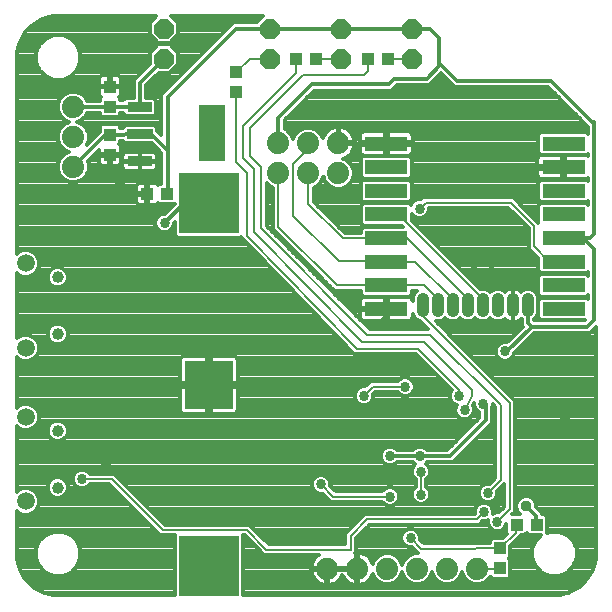
<source format=gbl>
G75*
%MOIN*%
%OFA0B0*%
%FSLAX25Y25*%
%IPPOS*%
%LPD*%
%AMOC8*
5,1,8,0,0,1.08239X$1,22.5*
%
%ADD10R,0.03937X0.04331*%
%ADD11C,0.07400*%
%ADD12C,0.05937*%
%ADD13C,0.03969*%
%ADD14OC8,0.06600*%
%ADD15R,0.04331X0.03937*%
%ADD16R,0.08661X0.18898*%
%ADD17R,0.08307X0.03189*%
%ADD18R,0.08661X0.03346*%
%ADD19R,0.14173X0.04724*%
%ADD20C,0.04000*%
%ADD21R,0.16000X0.16000*%
%ADD22R,0.20000X0.20000*%
%ADD23C,0.03762*%
%ADD24C,0.01400*%
%ADD25C,0.03369*%
%ADD26C,0.00800*%
D10*
X0042540Y0158329D03*
X0042540Y0165022D03*
X0042523Y0174360D03*
X0042523Y0181053D03*
X0104399Y0190288D03*
X0111092Y0190288D03*
X0128529Y0190295D03*
X0135222Y0190295D03*
X0178067Y0034978D03*
X0184759Y0034978D03*
X0172684Y0027142D03*
X0172684Y0020450D03*
D11*
X0165020Y0020314D03*
X0155020Y0020314D03*
X0145020Y0020314D03*
X0135020Y0020314D03*
X0125020Y0020314D03*
X0115020Y0020314D03*
X0118705Y0152141D03*
X0108705Y0152141D03*
X0108705Y0162141D03*
X0118705Y0162141D03*
X0098705Y0162141D03*
X0098705Y0152141D03*
X0030292Y0154263D03*
X0030292Y0164263D03*
X0030292Y0174263D03*
D12*
X0014495Y0122074D03*
X0014495Y0093924D03*
X0014495Y0070893D03*
X0014495Y0042743D03*
D13*
X0025125Y0047369D03*
X0025125Y0066267D03*
X0025125Y0098550D03*
X0025125Y0117448D03*
D14*
X0060501Y0190375D03*
X0060501Y0200375D03*
X0095934Y0200375D03*
X0095934Y0190375D03*
X0119556Y0190375D03*
X0119556Y0200375D03*
X0143178Y0200375D03*
X0143178Y0190375D03*
D15*
X0084580Y0185895D03*
X0084580Y0179202D03*
X0061647Y0145262D03*
X0054954Y0145262D03*
D16*
X0076478Y0165527D03*
D17*
X0052502Y0174188D03*
X0052502Y0156078D03*
D18*
X0052502Y0165133D03*
D19*
X0134695Y0162017D03*
X0134695Y0154143D03*
X0134695Y0146269D03*
X0134695Y0138395D03*
X0134695Y0130521D03*
X0134695Y0122647D03*
X0134695Y0114773D03*
X0134695Y0106899D03*
X0193751Y0106899D03*
X0193751Y0114773D03*
X0193751Y0122647D03*
X0193751Y0130521D03*
X0193751Y0138395D03*
X0193751Y0146269D03*
X0193751Y0154143D03*
X0193751Y0162017D03*
D20*
X0181823Y0110158D02*
X0181823Y0106158D01*
X0176823Y0106158D02*
X0176823Y0110158D01*
X0171823Y0110158D02*
X0171823Y0106158D01*
X0166823Y0106158D02*
X0166823Y0110158D01*
X0161823Y0110158D02*
X0161823Y0106158D01*
X0156823Y0106158D02*
X0156823Y0110158D01*
X0151823Y0110158D02*
X0151823Y0106158D01*
X0146823Y0106158D02*
X0146823Y0110158D01*
D21*
X0075465Y0081583D03*
D22*
X0075465Y0142083D03*
X0075465Y0021083D03*
D23*
X0163739Y0122179D03*
X0181278Y0041197D03*
D24*
X0064065Y0015168D02*
X0016033Y0015168D01*
X0016880Y0014321D02*
X0014321Y0016880D01*
X0014321Y0016880D01*
X0012511Y0020015D01*
X0011574Y0023512D01*
X0011455Y0025322D01*
X0011455Y0039605D01*
X0012021Y0039040D01*
X0013626Y0038375D01*
X0015364Y0038375D01*
X0016970Y0039040D01*
X0018199Y0040269D01*
X0018864Y0041874D01*
X0018864Y0043612D01*
X0018199Y0045218D01*
X0016970Y0046447D01*
X0015364Y0047112D01*
X0013626Y0047112D01*
X0012021Y0046447D01*
X0011455Y0045881D01*
X0011455Y0067755D01*
X0012021Y0067189D01*
X0013626Y0066524D01*
X0015364Y0066524D01*
X0016970Y0067189D01*
X0018199Y0068418D01*
X0018864Y0070024D01*
X0018864Y0071762D01*
X0018199Y0073367D01*
X0016970Y0074596D01*
X0015364Y0075261D01*
X0013626Y0075261D01*
X0012021Y0074596D01*
X0011455Y0074031D01*
X0011455Y0090787D01*
X0012021Y0090221D01*
X0013626Y0089556D01*
X0015364Y0089556D01*
X0016970Y0090221D01*
X0018199Y0091450D01*
X0018864Y0093055D01*
X0018864Y0094793D01*
X0018199Y0096399D01*
X0016970Y0097628D01*
X0015364Y0098293D01*
X0013626Y0098293D01*
X0012021Y0097628D01*
X0011455Y0097062D01*
X0011455Y0118936D01*
X0012021Y0118371D01*
X0013626Y0117706D01*
X0015364Y0117706D01*
X0016970Y0118371D01*
X0018199Y0119599D01*
X0018864Y0121205D01*
X0018864Y0122943D01*
X0018199Y0124549D01*
X0016970Y0125777D01*
X0015364Y0126443D01*
X0013626Y0126443D01*
X0012021Y0125777D01*
X0011455Y0125212D01*
X0011455Y0190676D01*
X0011574Y0192486D01*
X0012511Y0195983D01*
X0014321Y0199118D01*
X0016880Y0201678D01*
X0020015Y0203488D01*
X0023512Y0204425D01*
X0025322Y0204543D01*
X0058022Y0204543D01*
X0055801Y0202322D01*
X0055801Y0198429D01*
X0058554Y0195675D01*
X0062448Y0195675D01*
X0065201Y0198429D01*
X0065201Y0202322D01*
X0062980Y0204543D01*
X0093455Y0204543D01*
X0091340Y0202428D01*
X0083761Y0202428D01*
X0082531Y0201198D01*
X0059671Y0178338D01*
X0059671Y0164758D01*
X0058232Y0166197D01*
X0058232Y0167386D01*
X0057412Y0168206D01*
X0047591Y0168206D01*
X0046771Y0167386D01*
X0046771Y0167164D01*
X0045908Y0167156D01*
X0045908Y0167768D01*
X0045088Y0168588D01*
X0039991Y0168588D01*
X0039171Y0167768D01*
X0039171Y0166184D01*
X0039117Y0166137D01*
X0039110Y0166051D01*
X0034745Y0161685D01*
X0035392Y0163248D01*
X0035392Y0165277D01*
X0034616Y0167152D01*
X0033181Y0168587D01*
X0031548Y0169263D01*
X0033181Y0169939D01*
X0034616Y0171374D01*
X0034942Y0172163D01*
X0039155Y0172163D01*
X0039155Y0171615D01*
X0039975Y0170795D01*
X0045071Y0170795D01*
X0045891Y0171615D01*
X0045891Y0172227D01*
X0046948Y0172216D01*
X0046948Y0172014D01*
X0047768Y0171194D01*
X0057235Y0171194D01*
X0058055Y0172014D01*
X0058055Y0176363D01*
X0057235Y0177183D01*
X0054602Y0177183D01*
X0054602Y0181506D01*
X0058771Y0185675D01*
X0062448Y0185675D01*
X0065201Y0188429D01*
X0065201Y0192322D01*
X0062448Y0195075D01*
X0058554Y0195075D01*
X0055801Y0192322D01*
X0055801Y0188645D01*
X0050402Y0183246D01*
X0050402Y0177183D01*
X0047768Y0177183D01*
X0047002Y0176416D01*
X0045891Y0176427D01*
X0045891Y0177106D01*
X0045494Y0177504D01*
X0045535Y0177528D01*
X0045852Y0177844D01*
X0046076Y0178232D01*
X0046191Y0178664D01*
X0046191Y0180769D01*
X0042807Y0180769D01*
X0042807Y0181338D01*
X0042239Y0181338D01*
X0042239Y0184919D01*
X0040331Y0184919D01*
X0039898Y0184803D01*
X0039511Y0184579D01*
X0039194Y0184263D01*
X0038970Y0183875D01*
X0038855Y0183443D01*
X0038854Y0181338D01*
X0042239Y0181338D01*
X0042239Y0180769D01*
X0038855Y0180769D01*
X0038855Y0178664D01*
X0038970Y0178232D01*
X0039194Y0177844D01*
X0039511Y0177528D01*
X0039552Y0177504D01*
X0039155Y0177106D01*
X0039155Y0176363D01*
X0034942Y0176363D01*
X0034616Y0177152D01*
X0033181Y0178587D01*
X0031307Y0179363D01*
X0029278Y0179363D01*
X0027403Y0178587D01*
X0025968Y0177152D01*
X0025192Y0175277D01*
X0025192Y0173248D01*
X0025968Y0171374D01*
X0027403Y0169939D01*
X0029036Y0169263D01*
X0027403Y0168587D01*
X0025968Y0167152D01*
X0025192Y0165277D01*
X0025192Y0163248D01*
X0025968Y0161374D01*
X0027403Y0159939D01*
X0029036Y0159263D01*
X0027403Y0158587D01*
X0025968Y0157152D01*
X0025192Y0155277D01*
X0025192Y0153248D01*
X0025968Y0151374D01*
X0027403Y0149939D01*
X0029278Y0149163D01*
X0031307Y0149163D01*
X0033181Y0149939D01*
X0034616Y0151374D01*
X0035392Y0153248D01*
X0035392Y0155277D01*
X0035065Y0156066D01*
X0038871Y0159872D01*
X0038871Y0158614D01*
X0042255Y0158614D01*
X0042255Y0158045D01*
X0038871Y0158045D01*
X0038871Y0155940D01*
X0038987Y0155508D01*
X0039211Y0155120D01*
X0039527Y0154804D01*
X0039915Y0154580D01*
X0040347Y0154464D01*
X0042255Y0154464D01*
X0042255Y0158045D01*
X0042824Y0158045D01*
X0042824Y0158614D01*
X0046208Y0158614D01*
X0046208Y0160719D01*
X0046092Y0161151D01*
X0045868Y0161539D01*
X0045552Y0161855D01*
X0045510Y0161879D01*
X0045908Y0162277D01*
X0045908Y0162956D01*
X0046771Y0162964D01*
X0046771Y0162880D01*
X0047591Y0162060D01*
X0056429Y0162060D01*
X0059671Y0158818D01*
X0059671Y0148631D01*
X0058902Y0148631D01*
X0058504Y0148233D01*
X0058480Y0148274D01*
X0058163Y0148591D01*
X0057776Y0148815D01*
X0057343Y0148931D01*
X0055238Y0148931D01*
X0055238Y0145546D01*
X0054670Y0145546D01*
X0054670Y0144978D01*
X0055238Y0144978D01*
X0055238Y0141594D01*
X0057343Y0141594D01*
X0057776Y0141709D01*
X0058163Y0141933D01*
X0058480Y0142250D01*
X0058504Y0142291D01*
X0058902Y0141894D01*
X0064065Y0141894D01*
X0064065Y0141838D01*
X0060870Y0138643D01*
X0060142Y0138643D01*
X0059008Y0138173D01*
X0058140Y0137305D01*
X0057671Y0136172D01*
X0057671Y0134945D01*
X0058140Y0133811D01*
X0059008Y0132944D01*
X0060142Y0132474D01*
X0061369Y0132474D01*
X0062502Y0132944D01*
X0063370Y0133811D01*
X0063839Y0134945D01*
X0063839Y0135673D01*
X0064065Y0135898D01*
X0064065Y0131503D01*
X0064885Y0130683D01*
X0086045Y0130683D01*
X0086368Y0131006D01*
X0086362Y0130658D01*
X0086374Y0130645D01*
X0086374Y0130628D01*
X0086891Y0130111D01*
X0122974Y0092845D01*
X0122974Y0092828D01*
X0123491Y0092311D01*
X0123999Y0091786D01*
X0124016Y0091786D01*
X0124028Y0091774D01*
X0124760Y0091774D01*
X0125490Y0091762D01*
X0125503Y0091774D01*
X0144428Y0091774D01*
X0156420Y0079782D01*
X0156359Y0079721D01*
X0155890Y0078588D01*
X0155890Y0077361D01*
X0156359Y0076227D01*
X0157227Y0075359D01*
X0158196Y0074958D01*
X0158159Y0074921D01*
X0157690Y0073788D01*
X0157690Y0072561D01*
X0158159Y0071427D01*
X0159027Y0070559D01*
X0160161Y0070090D01*
X0161388Y0070090D01*
X0162521Y0070559D01*
X0163389Y0071427D01*
X0163858Y0072561D01*
X0163858Y0073788D01*
X0163531Y0074578D01*
X0163970Y0075424D01*
X0163970Y0074747D01*
X0164439Y0073613D01*
X0165307Y0072745D01*
X0165716Y0072576D01*
X0165716Y0070642D01*
X0155008Y0059934D01*
X0148234Y0059934D01*
X0147719Y0060449D01*
X0146586Y0060918D01*
X0145359Y0060918D01*
X0144225Y0060449D01*
X0143710Y0059934D01*
X0138074Y0059934D01*
X0137559Y0060449D01*
X0136426Y0060918D01*
X0135199Y0060918D01*
X0134065Y0060449D01*
X0133197Y0059581D01*
X0132728Y0058448D01*
X0132728Y0057221D01*
X0133197Y0056087D01*
X0134065Y0055219D01*
X0135199Y0054750D01*
X0136426Y0054750D01*
X0137559Y0055219D01*
X0138074Y0055734D01*
X0143710Y0055734D01*
X0144225Y0055219D01*
X0144389Y0055151D01*
X0143611Y0054374D01*
X0143142Y0053241D01*
X0143142Y0052014D01*
X0143611Y0050880D01*
X0144426Y0050065D01*
X0144426Y0047569D01*
X0143611Y0046754D01*
X0143142Y0045621D01*
X0143142Y0044394D01*
X0143611Y0043260D01*
X0144479Y0042392D01*
X0145613Y0041923D01*
X0146840Y0041923D01*
X0147973Y0042392D01*
X0148841Y0043260D01*
X0149310Y0044394D01*
X0149310Y0045621D01*
X0148841Y0046754D01*
X0148026Y0047569D01*
X0148026Y0050065D01*
X0148841Y0050880D01*
X0149310Y0052014D01*
X0149310Y0053241D01*
X0148841Y0054374D01*
X0147973Y0055242D01*
X0147809Y0055310D01*
X0148234Y0055734D01*
X0156748Y0055734D01*
X0168686Y0067672D01*
X0169916Y0068902D01*
X0169916Y0074210D01*
X0170138Y0074747D01*
X0170138Y0075064D01*
X0170974Y0074228D01*
X0170974Y0050520D01*
X0169113Y0048658D01*
X0167961Y0048658D01*
X0166827Y0048189D01*
X0165959Y0047321D01*
X0165490Y0046188D01*
X0165490Y0044961D01*
X0165959Y0043827D01*
X0166827Y0042959D01*
X0167961Y0042490D01*
X0169188Y0042490D01*
X0170321Y0042959D01*
X0171189Y0043827D01*
X0171658Y0044961D01*
X0171658Y0046113D01*
X0173974Y0048428D01*
X0173974Y0040901D01*
X0172196Y0039058D01*
X0171109Y0039058D01*
X0170265Y0038709D01*
X0170265Y0039779D01*
X0169796Y0040912D01*
X0168928Y0041780D01*
X0167795Y0042249D01*
X0166568Y0042249D01*
X0165434Y0041780D01*
X0164566Y0040912D01*
X0164097Y0039779D01*
X0164097Y0038626D01*
X0164022Y0038552D01*
X0127573Y0038552D01*
X0126519Y0037498D01*
X0120931Y0031910D01*
X0120931Y0028519D01*
X0095410Y0028519D01*
X0088933Y0034996D01*
X0060866Y0034996D01*
X0043848Y0052014D01*
X0035758Y0052014D01*
X0034943Y0052829D01*
X0033810Y0053298D01*
X0032583Y0053298D01*
X0031449Y0052829D01*
X0030581Y0051961D01*
X0030112Y0050828D01*
X0030112Y0049601D01*
X0030581Y0048467D01*
X0031449Y0047599D01*
X0032583Y0047130D01*
X0033810Y0047130D01*
X0034943Y0047599D01*
X0035758Y0048414D01*
X0042356Y0048414D01*
X0058320Y0032450D01*
X0059374Y0031396D01*
X0064065Y0031396D01*
X0064065Y0011455D01*
X0025322Y0011455D01*
X0023512Y0011574D01*
X0020015Y0012511D01*
X0016880Y0014321D01*
X0017835Y0013770D02*
X0064065Y0013770D01*
X0064065Y0012371D02*
X0020537Y0012371D01*
X0023765Y0017965D02*
X0013694Y0017965D01*
X0012887Y0019364D02*
X0020825Y0019364D01*
X0021134Y0019055D02*
X0023852Y0017929D01*
X0026793Y0017929D01*
X0029510Y0019055D01*
X0031589Y0021134D01*
X0032715Y0023852D01*
X0032715Y0026793D01*
X0031589Y0029510D01*
X0029510Y0031589D01*
X0026793Y0032715D01*
X0023852Y0032715D01*
X0021134Y0031589D01*
X0019055Y0029510D01*
X0017929Y0026793D01*
X0017929Y0023852D01*
X0019055Y0021134D01*
X0021134Y0019055D01*
X0019427Y0020762D02*
X0012311Y0020762D01*
X0011936Y0022161D02*
X0018630Y0022161D01*
X0018050Y0023559D02*
X0011571Y0023559D01*
X0011479Y0024958D02*
X0017929Y0024958D01*
X0017929Y0026356D02*
X0011455Y0026356D01*
X0011455Y0027755D02*
X0018328Y0027755D01*
X0018907Y0029153D02*
X0011455Y0029153D01*
X0011455Y0030552D02*
X0020097Y0030552D01*
X0022005Y0031950D02*
X0011455Y0031950D01*
X0011455Y0033349D02*
X0057422Y0033349D01*
X0056023Y0034747D02*
X0011455Y0034747D01*
X0011455Y0036146D02*
X0054625Y0036146D01*
X0053226Y0037544D02*
X0011455Y0037544D01*
X0011455Y0038943D02*
X0012255Y0038943D01*
X0016735Y0038943D02*
X0051828Y0038943D01*
X0050429Y0040341D02*
X0018229Y0040341D01*
X0018808Y0041740D02*
X0049031Y0041740D01*
X0047632Y0043138D02*
X0018864Y0043138D01*
X0018481Y0044537D02*
X0023172Y0044537D01*
X0023208Y0044500D02*
X0024452Y0043985D01*
X0025798Y0043985D01*
X0027042Y0044500D01*
X0027994Y0045452D01*
X0028509Y0046696D01*
X0028509Y0048042D01*
X0027994Y0049286D01*
X0027042Y0050238D01*
X0025798Y0050754D01*
X0024452Y0050754D01*
X0023208Y0050238D01*
X0022256Y0049286D01*
X0021741Y0048042D01*
X0021741Y0046696D01*
X0022256Y0045452D01*
X0023208Y0044500D01*
X0022056Y0045935D02*
X0017481Y0045935D01*
X0021741Y0047334D02*
X0011455Y0047334D01*
X0011455Y0048732D02*
X0022027Y0048732D01*
X0023101Y0050131D02*
X0011455Y0050131D01*
X0011455Y0051529D02*
X0030402Y0051529D01*
X0030112Y0050131D02*
X0027150Y0050131D01*
X0028224Y0048732D02*
X0030471Y0048732D01*
X0032090Y0047334D02*
X0028509Y0047334D01*
X0028194Y0045935D02*
X0044835Y0045935D01*
X0046234Y0044537D02*
X0027079Y0044537D01*
X0034302Y0047334D02*
X0043437Y0047334D01*
X0047129Y0048732D02*
X0109868Y0048732D01*
X0109868Y0049050D02*
X0109868Y0047823D01*
X0110337Y0046689D01*
X0111205Y0045821D01*
X0112339Y0045352D01*
X0113491Y0045352D01*
X0116270Y0042572D01*
X0133377Y0042572D01*
X0134192Y0041757D01*
X0135326Y0041288D01*
X0136553Y0041288D01*
X0137686Y0041757D01*
X0138554Y0042625D01*
X0139023Y0043759D01*
X0139023Y0044986D01*
X0138554Y0046119D01*
X0137686Y0046987D01*
X0136553Y0047456D01*
X0135326Y0047456D01*
X0134192Y0046987D01*
X0133377Y0046172D01*
X0117762Y0046172D01*
X0116036Y0047897D01*
X0116036Y0049050D01*
X0115567Y0050183D01*
X0114699Y0051051D01*
X0113566Y0051520D01*
X0112339Y0051520D01*
X0111205Y0051051D01*
X0110337Y0050183D01*
X0109868Y0049050D01*
X0110316Y0050131D02*
X0045731Y0050131D01*
X0044332Y0051529D02*
X0143342Y0051529D01*
X0143142Y0052928D02*
X0034704Y0052928D01*
X0031688Y0052928D02*
X0011455Y0052928D01*
X0011455Y0054326D02*
X0143592Y0054326D01*
X0143719Y0055725D02*
X0138065Y0055725D01*
X0135812Y0057834D02*
X0145972Y0057834D01*
X0155878Y0057834D01*
X0167816Y0069772D01*
X0167816Y0074598D01*
X0167054Y0075360D01*
X0164318Y0073906D02*
X0163809Y0073906D01*
X0163836Y0072507D02*
X0165716Y0072507D01*
X0165716Y0071109D02*
X0163070Y0071109D01*
X0164784Y0069710D02*
X0018734Y0069710D01*
X0018864Y0071109D02*
X0158478Y0071109D01*
X0157712Y0072507D02*
X0084793Y0072507D01*
X0084825Y0072539D02*
X0085049Y0072927D01*
X0085165Y0073359D01*
X0085165Y0080883D01*
X0076165Y0080883D01*
X0076165Y0071883D01*
X0083689Y0071883D01*
X0084121Y0071999D01*
X0084509Y0072223D01*
X0084825Y0072539D01*
X0085165Y0073906D02*
X0157739Y0073906D01*
X0157360Y0075304D02*
X0128788Y0075304D01*
X0128921Y0075359D02*
X0129789Y0076227D01*
X0130258Y0077361D01*
X0130258Y0078513D01*
X0130920Y0079174D01*
X0138412Y0079174D01*
X0139227Y0078359D01*
X0140361Y0077890D01*
X0141588Y0077890D01*
X0142721Y0078359D01*
X0143589Y0079227D01*
X0144058Y0080361D01*
X0144058Y0081588D01*
X0143589Y0082721D01*
X0142721Y0083589D01*
X0141588Y0084058D01*
X0140361Y0084058D01*
X0139227Y0083589D01*
X0138412Y0082774D01*
X0129428Y0082774D01*
X0127713Y0081058D01*
X0126561Y0081058D01*
X0125427Y0080589D01*
X0124559Y0079721D01*
X0124090Y0078588D01*
X0124090Y0077361D01*
X0124559Y0076227D01*
X0125427Y0075359D01*
X0126561Y0074890D01*
X0127788Y0074890D01*
X0128921Y0075359D01*
X0129986Y0076703D02*
X0156162Y0076703D01*
X0155890Y0078101D02*
X0142098Y0078101D01*
X0143702Y0079500D02*
X0156268Y0079500D01*
X0155304Y0080898D02*
X0144058Y0080898D01*
X0143765Y0082297D02*
X0153906Y0082297D01*
X0152507Y0083695D02*
X0142464Y0083695D01*
X0139484Y0083695D02*
X0085165Y0083695D01*
X0085165Y0082297D02*
X0128951Y0082297D01*
X0126174Y0080898D02*
X0076165Y0080898D01*
X0076165Y0080883D02*
X0076165Y0082283D01*
X0074765Y0082283D01*
X0074765Y0080883D01*
X0076165Y0080883D01*
X0076165Y0079500D02*
X0074765Y0079500D01*
X0074765Y0080883D02*
X0074765Y0071883D01*
X0067241Y0071883D01*
X0066809Y0071999D01*
X0066421Y0072223D01*
X0066105Y0072539D01*
X0065881Y0072927D01*
X0065765Y0073359D01*
X0065765Y0080883D01*
X0074765Y0080883D01*
X0074765Y0080898D02*
X0011455Y0080898D01*
X0011455Y0079500D02*
X0065765Y0079500D01*
X0065765Y0078101D02*
X0011455Y0078101D01*
X0011455Y0076703D02*
X0065765Y0076703D01*
X0065765Y0075304D02*
X0011455Y0075304D01*
X0017661Y0073906D02*
X0065765Y0073906D01*
X0066137Y0072507D02*
X0018555Y0072507D01*
X0018092Y0068311D02*
X0022384Y0068311D01*
X0022256Y0068184D02*
X0021741Y0066940D01*
X0021741Y0065594D01*
X0022256Y0064350D01*
X0023208Y0063398D01*
X0024452Y0062883D01*
X0025798Y0062883D01*
X0027042Y0063398D01*
X0027994Y0064350D01*
X0028509Y0065594D01*
X0028509Y0066940D01*
X0027994Y0068184D01*
X0027042Y0069136D01*
X0025798Y0069651D01*
X0024452Y0069651D01*
X0023208Y0069136D01*
X0022256Y0068184D01*
X0021741Y0066913D02*
X0016302Y0066913D01*
X0012688Y0066913D02*
X0011455Y0066913D01*
X0011455Y0065514D02*
X0021774Y0065514D01*
X0022490Y0064116D02*
X0011455Y0064116D01*
X0011455Y0062717D02*
X0157792Y0062717D01*
X0156393Y0061319D02*
X0011455Y0061319D01*
X0011455Y0059920D02*
X0133537Y0059920D01*
X0132759Y0058522D02*
X0011455Y0058522D01*
X0011455Y0057123D02*
X0132768Y0057123D01*
X0133559Y0055725D02*
X0011455Y0055725D01*
X0011455Y0045935D02*
X0011509Y0045935D01*
X0028639Y0031950D02*
X0058820Y0031950D01*
X0059716Y0036146D02*
X0125167Y0036146D01*
X0126566Y0037544D02*
X0058317Y0037544D01*
X0056919Y0038943D02*
X0164097Y0038943D01*
X0164330Y0040341D02*
X0055520Y0040341D01*
X0054122Y0041740D02*
X0134234Y0041740D01*
X0137644Y0041740D02*
X0165394Y0041740D01*
X0166648Y0043138D02*
X0148719Y0043138D01*
X0149310Y0044537D02*
X0165665Y0044537D01*
X0165490Y0045935D02*
X0149180Y0045935D01*
X0148261Y0047334D02*
X0165972Y0047334D01*
X0169187Y0048732D02*
X0148026Y0048732D01*
X0148092Y0050131D02*
X0170585Y0050131D01*
X0170974Y0051529D02*
X0149110Y0051529D01*
X0149310Y0052928D02*
X0170974Y0052928D01*
X0170974Y0054326D02*
X0148860Y0054326D01*
X0148225Y0055725D02*
X0170974Y0055725D01*
X0170974Y0057123D02*
X0158137Y0057123D01*
X0159536Y0058522D02*
X0170974Y0058522D01*
X0170974Y0059920D02*
X0160934Y0059920D01*
X0162333Y0061319D02*
X0170974Y0061319D01*
X0170974Y0062717D02*
X0163731Y0062717D01*
X0165130Y0064116D02*
X0170974Y0064116D01*
X0170974Y0065514D02*
X0166528Y0065514D01*
X0167927Y0066913D02*
X0170974Y0066913D01*
X0170974Y0068311D02*
X0169325Y0068311D01*
X0169916Y0069710D02*
X0170974Y0069710D01*
X0170974Y0071109D02*
X0169916Y0071109D01*
X0169916Y0072507D02*
X0170974Y0072507D01*
X0170974Y0073906D02*
X0169916Y0073906D01*
X0163970Y0075304D02*
X0163908Y0075304D01*
X0163386Y0068311D02*
X0027867Y0068311D01*
X0028509Y0066913D02*
X0161987Y0066913D01*
X0160589Y0065514D02*
X0028477Y0065514D01*
X0027760Y0064116D02*
X0159190Y0064116D01*
X0144360Y0050131D02*
X0115588Y0050131D01*
X0116036Y0048732D02*
X0144426Y0048732D01*
X0144191Y0047334D02*
X0136848Y0047334D01*
X0135030Y0047334D02*
X0116600Y0047334D01*
X0114306Y0044537D02*
X0051325Y0044537D01*
X0049926Y0045935D02*
X0111091Y0045935D01*
X0110070Y0047334D02*
X0048528Y0047334D01*
X0052723Y0043138D02*
X0115704Y0043138D01*
X0123769Y0034747D02*
X0089181Y0034747D01*
X0090580Y0033349D02*
X0122370Y0033349D01*
X0120972Y0031950D02*
X0091978Y0031950D01*
X0093377Y0030552D02*
X0120931Y0030552D01*
X0120931Y0029153D02*
X0094775Y0029153D01*
X0092481Y0026356D02*
X0086865Y0026356D01*
X0086865Y0024958D02*
X0093880Y0024958D01*
X0093918Y0024919D02*
X0112171Y0024919D01*
X0111502Y0024433D01*
X0110901Y0023832D01*
X0110402Y0023144D01*
X0110016Y0022387D01*
X0109753Y0021579D01*
X0109620Y0020739D01*
X0109620Y0020614D01*
X0114720Y0020614D01*
X0114720Y0020014D01*
X0115320Y0020014D01*
X0115320Y0020614D01*
X0120420Y0020614D01*
X0124720Y0020614D01*
X0124720Y0020014D01*
X0125320Y0020014D01*
X0125320Y0014914D01*
X0125445Y0014914D01*
X0126285Y0015047D01*
X0127093Y0015310D01*
X0127850Y0015696D01*
X0128538Y0016195D01*
X0129139Y0016796D01*
X0129638Y0017484D01*
X0130024Y0018241D01*
X0130171Y0018693D01*
X0130696Y0017425D01*
X0132131Y0015990D01*
X0134006Y0015214D01*
X0136034Y0015214D01*
X0137909Y0015990D01*
X0139344Y0017425D01*
X0140020Y0019058D01*
X0140696Y0017425D01*
X0142131Y0015990D01*
X0144006Y0015214D01*
X0146034Y0015214D01*
X0147909Y0015990D01*
X0149344Y0017425D01*
X0150020Y0019058D01*
X0150696Y0017425D01*
X0152131Y0015990D01*
X0154006Y0015214D01*
X0156034Y0015214D01*
X0157909Y0015990D01*
X0159344Y0017425D01*
X0160020Y0019058D01*
X0160696Y0017425D01*
X0162131Y0015990D01*
X0164006Y0015214D01*
X0166034Y0015214D01*
X0167909Y0015990D01*
X0169344Y0017425D01*
X0169417Y0017603D01*
X0170136Y0016884D01*
X0175232Y0016884D01*
X0176053Y0017704D01*
X0176053Y0023195D01*
X0175451Y0023796D01*
X0176053Y0024397D01*
X0176053Y0028005D01*
X0179030Y0031040D01*
X0179483Y0031413D01*
X0180615Y0031413D01*
X0181413Y0032211D01*
X0182211Y0031413D01*
X0186312Y0031413D01*
X0184409Y0029510D01*
X0183283Y0026793D01*
X0183283Y0023852D01*
X0184409Y0021134D01*
X0186489Y0019055D01*
X0189206Y0017929D01*
X0192147Y0017929D01*
X0194864Y0019055D01*
X0196944Y0021134D01*
X0198069Y0023852D01*
X0198069Y0026793D01*
X0196944Y0029510D01*
X0194864Y0031589D01*
X0192147Y0032715D01*
X0189206Y0032715D01*
X0188128Y0032268D01*
X0188128Y0037723D01*
X0187308Y0038543D01*
X0186605Y0038543D01*
X0186605Y0038839D01*
X0186533Y0038912D01*
X0186524Y0039014D01*
X0185927Y0039517D01*
X0184559Y0040886D01*
X0184559Y0041850D01*
X0184060Y0043056D01*
X0183137Y0043979D01*
X0181931Y0044478D01*
X0180625Y0044478D01*
X0179419Y0043979D01*
X0178496Y0043056D01*
X0177997Y0041850D01*
X0177997Y0040544D01*
X0178496Y0039338D01*
X0179291Y0038543D01*
X0176702Y0038543D01*
X0177058Y0038913D01*
X0177574Y0039428D01*
X0177574Y0039447D01*
X0177587Y0039461D01*
X0177574Y0040190D01*
X0177574Y0076320D01*
X0176520Y0077374D01*
X0151128Y0102766D01*
X0151147Y0102758D01*
X0152499Y0102758D01*
X0153749Y0103276D01*
X0154323Y0103850D01*
X0154897Y0103276D01*
X0156147Y0102758D01*
X0157499Y0102758D01*
X0158749Y0103276D01*
X0159323Y0103850D01*
X0159897Y0103276D01*
X0161147Y0102758D01*
X0162499Y0102758D01*
X0163749Y0103276D01*
X0164323Y0103850D01*
X0164897Y0103276D01*
X0166147Y0102758D01*
X0167499Y0102758D01*
X0168749Y0103276D01*
X0169323Y0103850D01*
X0169897Y0103276D01*
X0171147Y0102758D01*
X0172499Y0102758D01*
X0173749Y0103276D01*
X0174111Y0103638D01*
X0174464Y0103284D01*
X0175070Y0102879D01*
X0175744Y0102600D01*
X0176459Y0102458D01*
X0176823Y0102458D01*
X0176823Y0110158D01*
X0176820Y0110161D01*
X0176820Y0113670D01*
X0168311Y0122179D01*
X0163739Y0122179D01*
X0160869Y0118658D02*
X0201898Y0118658D01*
X0201417Y0118535D02*
X0201898Y0118054D01*
X0201898Y0119366D01*
X0201417Y0118885D01*
X0186084Y0118885D01*
X0185264Y0119705D01*
X0185264Y0123889D01*
X0183186Y0125967D01*
X0182132Y0127021D01*
X0182132Y0133752D01*
X0175312Y0140572D01*
X0148858Y0140572D01*
X0148858Y0139761D01*
X0148389Y0138627D01*
X0147521Y0137759D01*
X0146388Y0137290D01*
X0145161Y0137290D01*
X0144027Y0137759D01*
X0143182Y0138604D01*
X0143182Y0136345D01*
X0166021Y0113506D01*
X0166147Y0113558D01*
X0167499Y0113558D01*
X0168749Y0113040D01*
X0169323Y0112466D01*
X0169897Y0113040D01*
X0171147Y0113558D01*
X0172499Y0113558D01*
X0173749Y0113040D01*
X0174111Y0112678D01*
X0174464Y0113032D01*
X0175070Y0113437D01*
X0175744Y0113716D01*
X0176459Y0113858D01*
X0176823Y0113858D01*
X0176823Y0110158D01*
X0176823Y0110158D01*
X0176823Y0102458D01*
X0177187Y0102458D01*
X0177902Y0102600D01*
X0178576Y0102879D01*
X0179182Y0103284D01*
X0179535Y0103638D01*
X0179768Y0103405D01*
X0179768Y0101315D01*
X0180098Y0100985D01*
X0174942Y0095829D01*
X0174907Y0095843D01*
X0173680Y0095843D01*
X0172546Y0095374D01*
X0171678Y0094506D01*
X0171209Y0093373D01*
X0171209Y0092146D01*
X0171678Y0091012D01*
X0172546Y0090144D01*
X0173680Y0089675D01*
X0174907Y0089675D01*
X0176040Y0090144D01*
X0176908Y0091012D01*
X0177377Y0092146D01*
X0177377Y0092324D01*
X0183938Y0098885D01*
X0202538Y0098885D01*
X0203768Y0100115D01*
X0204543Y0100890D01*
X0204543Y0025322D01*
X0204425Y0023512D01*
X0203488Y0020015D01*
X0201678Y0016880D01*
X0199118Y0014321D01*
X0195983Y0012511D01*
X0192486Y0011574D01*
X0190676Y0011455D01*
X0086865Y0011455D01*
X0086865Y0031396D01*
X0087441Y0031396D01*
X0093918Y0024919D01*
X0091083Y0027755D02*
X0086865Y0027755D01*
X0086865Y0029153D02*
X0089684Y0029153D01*
X0088286Y0030552D02*
X0086865Y0030552D01*
X0086865Y0023559D02*
X0110703Y0023559D01*
X0109942Y0022161D02*
X0086865Y0022161D01*
X0086865Y0020762D02*
X0109624Y0020762D01*
X0109620Y0020014D02*
X0109620Y0019889D01*
X0109753Y0019049D01*
X0110016Y0018241D01*
X0110402Y0017484D01*
X0110901Y0016796D01*
X0111502Y0016195D01*
X0112190Y0015696D01*
X0112947Y0015310D01*
X0113755Y0015047D01*
X0114595Y0014914D01*
X0114720Y0014914D01*
X0114720Y0020014D01*
X0109620Y0020014D01*
X0109703Y0019364D02*
X0086865Y0019364D01*
X0086865Y0017965D02*
X0110156Y0017965D01*
X0111131Y0016567D02*
X0086865Y0016567D01*
X0086865Y0015168D02*
X0113383Y0015168D01*
X0114720Y0015168D02*
X0115320Y0015168D01*
X0115320Y0014914D02*
X0115445Y0014914D01*
X0116285Y0015047D01*
X0117093Y0015310D01*
X0117850Y0015696D01*
X0118538Y0016195D01*
X0119139Y0016796D01*
X0119638Y0017484D01*
X0120020Y0018233D01*
X0120402Y0017484D01*
X0120901Y0016796D01*
X0121502Y0016195D01*
X0122190Y0015696D01*
X0122947Y0015310D01*
X0123755Y0015047D01*
X0124595Y0014914D01*
X0124720Y0014914D01*
X0124720Y0020014D01*
X0115320Y0020014D01*
X0115320Y0014914D01*
X0116657Y0015168D02*
X0123383Y0015168D01*
X0124720Y0015168D02*
X0125320Y0015168D01*
X0126657Y0015168D02*
X0199965Y0015168D01*
X0201364Y0016567D02*
X0168485Y0016567D01*
X0176053Y0017965D02*
X0189119Y0017965D01*
X0192234Y0017965D02*
X0202304Y0017965D01*
X0203111Y0019364D02*
X0195173Y0019364D01*
X0196572Y0020762D02*
X0203688Y0020762D01*
X0204063Y0022161D02*
X0197369Y0022161D01*
X0197948Y0023559D02*
X0204428Y0023559D01*
X0204519Y0024958D02*
X0198069Y0024958D01*
X0198069Y0026356D02*
X0204543Y0026356D01*
X0204543Y0027755D02*
X0197671Y0027755D01*
X0197091Y0029153D02*
X0204543Y0029153D01*
X0204543Y0030552D02*
X0195902Y0030552D01*
X0193993Y0031950D02*
X0204543Y0031950D01*
X0204543Y0033349D02*
X0188128Y0033349D01*
X0188128Y0034747D02*
X0204543Y0034747D01*
X0204543Y0036146D02*
X0188128Y0036146D01*
X0188128Y0037544D02*
X0204543Y0037544D01*
X0204543Y0038943D02*
X0186530Y0038943D01*
X0185104Y0040341D02*
X0204543Y0040341D01*
X0204543Y0041740D02*
X0184559Y0041740D01*
X0183977Y0043138D02*
X0204543Y0043138D01*
X0204543Y0044537D02*
X0177574Y0044537D01*
X0177574Y0045935D02*
X0204543Y0045935D01*
X0204543Y0047334D02*
X0177574Y0047334D01*
X0177574Y0048732D02*
X0204543Y0048732D01*
X0204543Y0050131D02*
X0177574Y0050131D01*
X0177574Y0051529D02*
X0204543Y0051529D01*
X0204543Y0052928D02*
X0177574Y0052928D01*
X0177574Y0054326D02*
X0204543Y0054326D01*
X0204543Y0055725D02*
X0177574Y0055725D01*
X0177574Y0057123D02*
X0204543Y0057123D01*
X0204543Y0058522D02*
X0177574Y0058522D01*
X0177574Y0059920D02*
X0204543Y0059920D01*
X0204543Y0061319D02*
X0177574Y0061319D01*
X0177574Y0062717D02*
X0204543Y0062717D01*
X0204543Y0064116D02*
X0177574Y0064116D01*
X0177574Y0065514D02*
X0204543Y0065514D01*
X0204543Y0066913D02*
X0177574Y0066913D01*
X0177574Y0068311D02*
X0204543Y0068311D01*
X0204543Y0069710D02*
X0177574Y0069710D01*
X0177574Y0071109D02*
X0204543Y0071109D01*
X0204543Y0072507D02*
X0177574Y0072507D01*
X0177574Y0073906D02*
X0204543Y0073906D01*
X0204543Y0075304D02*
X0177574Y0075304D01*
X0177191Y0076703D02*
X0204543Y0076703D01*
X0204543Y0078101D02*
X0175793Y0078101D01*
X0174394Y0079500D02*
X0204543Y0079500D01*
X0204543Y0080898D02*
X0172996Y0080898D01*
X0171597Y0082297D02*
X0204543Y0082297D01*
X0204543Y0083695D02*
X0170198Y0083695D01*
X0168800Y0085094D02*
X0204543Y0085094D01*
X0204543Y0086492D02*
X0167401Y0086492D01*
X0166003Y0087891D02*
X0204543Y0087891D01*
X0204543Y0089289D02*
X0164604Y0089289D01*
X0163206Y0090688D02*
X0172003Y0090688D01*
X0171233Y0092086D02*
X0161807Y0092086D01*
X0160409Y0093485D02*
X0171255Y0093485D01*
X0172055Y0094883D02*
X0159010Y0094883D01*
X0157612Y0096282D02*
X0175395Y0096282D01*
X0176793Y0097680D02*
X0156213Y0097680D01*
X0154815Y0099079D02*
X0178192Y0099079D01*
X0179590Y0100477D02*
X0153416Y0100477D01*
X0152018Y0101876D02*
X0179768Y0101876D01*
X0179768Y0103274D02*
X0179167Y0103274D01*
X0176823Y0103274D02*
X0176823Y0103274D01*
X0176823Y0104673D02*
X0176823Y0104673D01*
X0176823Y0106071D02*
X0176823Y0106071D01*
X0176823Y0107470D02*
X0176823Y0107470D01*
X0176823Y0108868D02*
X0176823Y0108868D01*
X0176823Y0110158D02*
X0176823Y0110158D01*
X0176823Y0113858D01*
X0177187Y0113858D01*
X0177902Y0113716D01*
X0178576Y0113437D01*
X0179182Y0113032D01*
X0179535Y0112678D01*
X0179897Y0113040D01*
X0181147Y0113558D01*
X0182499Y0113558D01*
X0183749Y0113040D01*
X0184705Y0112084D01*
X0185223Y0110834D01*
X0185223Y0105482D01*
X0184705Y0104232D01*
X0183968Y0103495D01*
X0183968Y0103085D01*
X0200798Y0103085D01*
X0200850Y0103137D01*
X0186084Y0103137D01*
X0185264Y0103957D01*
X0185264Y0109841D01*
X0186084Y0110661D01*
X0201417Y0110661D01*
X0201898Y0110180D01*
X0201898Y0111492D01*
X0201417Y0111011D01*
X0186084Y0111011D01*
X0185264Y0111831D01*
X0185264Y0117715D01*
X0186084Y0118535D01*
X0201417Y0118535D01*
X0201811Y0110267D02*
X0201898Y0110267D01*
X0203998Y0103315D02*
X0201668Y0100985D01*
X0183068Y0100985D01*
X0174842Y0092759D01*
X0174293Y0092759D01*
X0176583Y0090688D02*
X0204543Y0090688D01*
X0204543Y0092086D02*
X0177353Y0092086D01*
X0178538Y0093485D02*
X0204543Y0093485D01*
X0204543Y0094883D02*
X0179936Y0094883D01*
X0181335Y0096282D02*
X0204543Y0096282D01*
X0204543Y0097680D02*
X0182733Y0097680D01*
X0183068Y0100985D02*
X0181868Y0102185D01*
X0181868Y0110113D01*
X0181823Y0110158D01*
X0185223Y0110267D02*
X0185690Y0110267D01*
X0185429Y0111665D02*
X0184879Y0111665D01*
X0185264Y0113064D02*
X0183692Y0113064D01*
X0185264Y0114462D02*
X0165064Y0114462D01*
X0163666Y0115861D02*
X0185264Y0115861D01*
X0185264Y0117259D02*
X0162267Y0117259D01*
X0159470Y0120056D02*
X0185264Y0120056D01*
X0185264Y0121455D02*
X0158072Y0121455D01*
X0156673Y0122853D02*
X0185264Y0122853D01*
X0184902Y0124252D02*
X0155275Y0124252D01*
X0153876Y0125650D02*
X0183503Y0125650D01*
X0182132Y0127049D02*
X0152478Y0127049D01*
X0151079Y0128447D02*
X0182132Y0128447D01*
X0182132Y0129846D02*
X0149681Y0129846D01*
X0148282Y0131245D02*
X0182132Y0131245D01*
X0182132Y0132643D02*
X0146884Y0132643D01*
X0145485Y0134042D02*
X0181843Y0134042D01*
X0180444Y0135440D02*
X0144087Y0135440D01*
X0143182Y0136839D02*
X0179046Y0136839D01*
X0177647Y0138237D02*
X0147999Y0138237D01*
X0148806Y0139636D02*
X0176249Y0139636D01*
X0178543Y0142433D02*
X0201874Y0142433D01*
X0201417Y0142507D02*
X0201874Y0142964D01*
X0201874Y0141700D01*
X0201417Y0142157D01*
X0186084Y0142157D01*
X0185264Y0141337D01*
X0185264Y0135712D01*
X0184678Y0136298D01*
X0184678Y0136298D01*
X0177858Y0143118D01*
X0176804Y0144172D01*
X0147026Y0144172D01*
X0146313Y0143458D01*
X0145161Y0143458D01*
X0144027Y0142989D01*
X0143159Y0142121D01*
X0142936Y0141583D01*
X0142362Y0142157D01*
X0127029Y0142157D01*
X0126209Y0141337D01*
X0126209Y0135453D01*
X0127029Y0134633D01*
X0139803Y0134633D01*
X0140152Y0134283D01*
X0127029Y0134283D01*
X0126209Y0133463D01*
X0126209Y0132278D01*
X0120810Y0132278D01*
X0110505Y0142583D01*
X0110505Y0147366D01*
X0111594Y0147817D01*
X0113029Y0149252D01*
X0113705Y0150885D01*
X0114381Y0149252D01*
X0115816Y0147817D01*
X0117691Y0147041D01*
X0119719Y0147041D01*
X0121594Y0147817D01*
X0123029Y0149252D01*
X0123805Y0151127D01*
X0123805Y0153155D01*
X0123029Y0155030D01*
X0121594Y0156465D01*
X0120326Y0156990D01*
X0120778Y0157137D01*
X0121535Y0157523D01*
X0122223Y0158022D01*
X0122824Y0158623D01*
X0123323Y0159311D01*
X0123709Y0160068D01*
X0123972Y0160877D01*
X0124105Y0161716D01*
X0124105Y0161841D01*
X0119005Y0161841D01*
X0119005Y0162441D01*
X0118405Y0162441D01*
X0118405Y0167541D01*
X0118280Y0167541D01*
X0117441Y0167408D01*
X0116632Y0167145D01*
X0115875Y0166759D01*
X0115187Y0166260D01*
X0114586Y0165659D01*
X0114087Y0164971D01*
X0113701Y0164214D01*
X0113554Y0163762D01*
X0113029Y0165030D01*
X0111594Y0166465D01*
X0109719Y0167241D01*
X0107691Y0167241D01*
X0105816Y0166465D01*
X0104381Y0165030D01*
X0103705Y0163397D01*
X0103029Y0165030D01*
X0101594Y0166465D01*
X0100805Y0166791D01*
X0100805Y0169835D01*
X0110644Y0179674D01*
X0136444Y0179674D01*
X0138244Y0181474D01*
X0149044Y0181474D01*
X0152974Y0185404D01*
X0157504Y0180874D01*
X0188704Y0180874D01*
X0201874Y0167704D01*
X0201874Y0165322D01*
X0201417Y0165779D01*
X0186084Y0165779D01*
X0185264Y0164959D01*
X0185264Y0159075D01*
X0186084Y0158255D01*
X0201417Y0158255D01*
X0201874Y0158712D01*
X0201874Y0157870D01*
X0201493Y0158089D01*
X0201061Y0158205D01*
X0194232Y0158205D01*
X0194232Y0154624D01*
X0193269Y0154624D01*
X0193269Y0153662D01*
X0184964Y0153662D01*
X0184964Y0151557D01*
X0185080Y0151125D01*
X0185304Y0150737D01*
X0185620Y0150421D01*
X0186008Y0150197D01*
X0186440Y0150081D01*
X0193269Y0150081D01*
X0193269Y0153662D01*
X0194232Y0153662D01*
X0194232Y0150081D01*
X0201061Y0150081D01*
X0201493Y0150197D01*
X0201874Y0150416D01*
X0201874Y0149574D01*
X0201417Y0150031D01*
X0186084Y0150031D01*
X0185264Y0149211D01*
X0185264Y0143327D01*
X0186084Y0142507D01*
X0201417Y0142507D01*
X0203974Y0131974D02*
X0203974Y0169174D01*
X0203374Y0169174D01*
X0189574Y0182974D01*
X0158374Y0182974D01*
X0152374Y0188974D01*
X0152374Y0197374D01*
X0149373Y0200375D01*
X0143178Y0200375D01*
X0119556Y0200375D01*
X0095934Y0200375D01*
X0095887Y0200328D01*
X0084631Y0200328D01*
X0061771Y0177468D01*
X0061771Y0159688D01*
X0061771Y0145288D01*
X0061647Y0145262D01*
X0063261Y0141034D02*
X0011455Y0141034D01*
X0011455Y0139636D02*
X0061863Y0139636D01*
X0059163Y0138237D02*
X0011455Y0138237D01*
X0011455Y0136839D02*
X0057947Y0136839D01*
X0057671Y0135440D02*
X0011455Y0135440D01*
X0011455Y0134042D02*
X0058045Y0134042D01*
X0059734Y0132643D02*
X0011455Y0132643D01*
X0011455Y0131245D02*
X0064324Y0131245D01*
X0064065Y0132643D02*
X0061777Y0132643D01*
X0063465Y0134042D02*
X0064065Y0134042D01*
X0064065Y0135440D02*
X0063839Y0135440D01*
X0060755Y0135558D02*
X0067280Y0142083D01*
X0075465Y0142083D01*
X0087148Y0129846D02*
X0011455Y0129846D01*
X0011455Y0128447D02*
X0088502Y0128447D01*
X0089856Y0127049D02*
X0011455Y0127049D01*
X0011455Y0125650D02*
X0011894Y0125650D01*
X0017097Y0125650D02*
X0091210Y0125650D01*
X0092564Y0124252D02*
X0018322Y0124252D01*
X0018864Y0122853D02*
X0093919Y0122853D01*
X0095273Y0121455D02*
X0018864Y0121455D01*
X0018388Y0120056D02*
X0022948Y0120056D01*
X0023208Y0120317D02*
X0022256Y0119365D01*
X0021741Y0118121D01*
X0021741Y0116775D01*
X0022256Y0115531D01*
X0023208Y0114579D01*
X0024452Y0114064D01*
X0025798Y0114064D01*
X0027042Y0114579D01*
X0027994Y0115531D01*
X0028509Y0116775D01*
X0028509Y0118121D01*
X0027994Y0119365D01*
X0027042Y0120317D01*
X0025798Y0120832D01*
X0024452Y0120832D01*
X0023208Y0120317D01*
X0021963Y0118658D02*
X0017257Y0118658D01*
X0021741Y0117259D02*
X0011455Y0117259D01*
X0011455Y0115861D02*
X0022120Y0115861D01*
X0023490Y0114462D02*
X0011455Y0114462D01*
X0011455Y0113064D02*
X0103397Y0113064D01*
X0102043Y0114462D02*
X0026761Y0114462D01*
X0028131Y0115861D02*
X0100689Y0115861D01*
X0099335Y0117259D02*
X0028509Y0117259D01*
X0028287Y0118658D02*
X0097981Y0118658D01*
X0096627Y0120056D02*
X0027303Y0120056D01*
X0011733Y0118658D02*
X0011455Y0118658D01*
X0011455Y0111665D02*
X0104752Y0111665D01*
X0106106Y0110267D02*
X0011455Y0110267D01*
X0011455Y0108868D02*
X0107460Y0108868D01*
X0108814Y0107470D02*
X0011455Y0107470D01*
X0011455Y0106071D02*
X0110168Y0106071D01*
X0111522Y0104673D02*
X0011455Y0104673D01*
X0011455Y0103274D02*
X0112876Y0103274D01*
X0114230Y0101876D02*
X0025941Y0101876D01*
X0025798Y0101935D02*
X0027042Y0101419D01*
X0027994Y0100467D01*
X0028509Y0099224D01*
X0028509Y0097877D01*
X0027994Y0096633D01*
X0027042Y0095681D01*
X0025798Y0095166D01*
X0024452Y0095166D01*
X0023208Y0095681D01*
X0022256Y0096633D01*
X0021741Y0097877D01*
X0021741Y0099224D01*
X0022256Y0100467D01*
X0023208Y0101419D01*
X0024452Y0101935D01*
X0025798Y0101935D01*
X0024310Y0101876D02*
X0011455Y0101876D01*
X0011455Y0100477D02*
X0022266Y0100477D01*
X0021741Y0099079D02*
X0011455Y0099079D01*
X0011455Y0097680D02*
X0012147Y0097680D01*
X0016843Y0097680D02*
X0021823Y0097680D01*
X0022608Y0096282D02*
X0018247Y0096282D01*
X0018827Y0094883D02*
X0121001Y0094883D01*
X0122355Y0093485D02*
X0018864Y0093485D01*
X0018462Y0092086D02*
X0123709Y0092086D01*
X0119647Y0096282D02*
X0027643Y0096282D01*
X0028428Y0097680D02*
X0118293Y0097680D01*
X0116939Y0099079D02*
X0028509Y0099079D01*
X0027984Y0100477D02*
X0115584Y0100477D01*
X0121824Y0107470D02*
X0125909Y0107470D01*
X0125909Y0107380D02*
X0134214Y0107380D01*
X0134214Y0106418D01*
X0125909Y0106418D01*
X0125909Y0104313D01*
X0126025Y0103881D01*
X0126248Y0103493D01*
X0126565Y0103176D01*
X0126953Y0102953D01*
X0127385Y0102837D01*
X0134214Y0102837D01*
X0134214Y0106418D01*
X0135177Y0106418D01*
X0135177Y0102837D01*
X0142006Y0102837D01*
X0142438Y0102953D01*
X0142826Y0103176D01*
X0143142Y0103493D01*
X0143366Y0103881D01*
X0143482Y0104313D01*
X0143482Y0105339D01*
X0143941Y0104232D01*
X0144897Y0103276D01*
X0145972Y0102830D01*
X0148628Y0100174D01*
X0129120Y0100174D01*
X0094774Y0134520D01*
X0094774Y0148860D01*
X0095816Y0147817D01*
X0096905Y0147366D01*
X0096905Y0133438D01*
X0116359Y0113984D01*
X0117413Y0112930D01*
X0126209Y0112930D01*
X0126209Y0111831D01*
X0127029Y0111011D01*
X0142362Y0111011D01*
X0143182Y0111831D01*
X0143182Y0112973D01*
X0144830Y0112973D01*
X0143941Y0112084D01*
X0143423Y0110834D01*
X0143423Y0109705D01*
X0143366Y0109917D01*
X0143142Y0110305D01*
X0142826Y0110622D01*
X0142438Y0110845D01*
X0142006Y0110961D01*
X0135177Y0110961D01*
X0135177Y0107380D01*
X0134214Y0107380D01*
X0134214Y0110961D01*
X0127385Y0110961D01*
X0126953Y0110845D01*
X0126565Y0110622D01*
X0126248Y0110305D01*
X0126025Y0109917D01*
X0125909Y0109485D01*
X0125909Y0107380D01*
X0125909Y0106071D02*
X0123222Y0106071D01*
X0124621Y0104673D02*
X0125909Y0104673D01*
X0126019Y0103274D02*
X0126467Y0103274D01*
X0127418Y0101876D02*
X0146927Y0101876D01*
X0148325Y0100477D02*
X0128816Y0100477D01*
X0131748Y0101649D02*
X0134695Y0104596D01*
X0134695Y0106899D01*
X0134214Y0107470D02*
X0135177Y0107470D01*
X0135177Y0108868D02*
X0134214Y0108868D01*
X0134214Y0110267D02*
X0135177Y0110267D01*
X0135177Y0106071D02*
X0134214Y0106071D01*
X0134214Y0104673D02*
X0135177Y0104673D01*
X0135177Y0103274D02*
X0134214Y0103274D01*
X0142924Y0103274D02*
X0144900Y0103274D01*
X0143758Y0104673D02*
X0143482Y0104673D01*
X0143423Y0110267D02*
X0143164Y0110267D01*
X0143017Y0111665D02*
X0143767Y0111665D01*
X0153746Y0103274D02*
X0154900Y0103274D01*
X0158746Y0103274D02*
X0159900Y0103274D01*
X0163746Y0103274D02*
X0164900Y0103274D01*
X0168746Y0103274D02*
X0169900Y0103274D01*
X0173746Y0103274D02*
X0174479Y0103274D01*
X0176823Y0110267D02*
X0176823Y0110267D01*
X0176823Y0111665D02*
X0176823Y0111665D01*
X0176823Y0113064D02*
X0176823Y0113064D01*
X0174512Y0113064D02*
X0173692Y0113064D01*
X0169954Y0113064D02*
X0168692Y0113064D01*
X0179134Y0113064D02*
X0179954Y0113064D01*
X0185223Y0108868D02*
X0185264Y0108868D01*
X0185223Y0107470D02*
X0185264Y0107470D01*
X0185223Y0106071D02*
X0185264Y0106071D01*
X0185264Y0104673D02*
X0184888Y0104673D01*
X0183968Y0103274D02*
X0185947Y0103274D01*
X0202732Y0099079D02*
X0204543Y0099079D01*
X0204543Y0100477D02*
X0204130Y0100477D01*
X0203998Y0103315D02*
X0203998Y0126751D01*
X0200228Y0130521D01*
X0193751Y0130521D01*
X0202521Y0130521D01*
X0203974Y0131974D01*
X0194232Y0150824D02*
X0193269Y0150824D01*
X0193269Y0152222D02*
X0194232Y0152222D01*
X0194232Y0153621D02*
X0193269Y0153621D01*
X0193269Y0154624D02*
X0184964Y0154624D01*
X0184964Y0156729D01*
X0185080Y0157161D01*
X0185304Y0157549D01*
X0185620Y0157866D01*
X0186008Y0158089D01*
X0186440Y0158205D01*
X0193269Y0158205D01*
X0193269Y0154624D01*
X0193269Y0155019D02*
X0194232Y0155019D01*
X0194232Y0156418D02*
X0193269Y0156418D01*
X0193269Y0157816D02*
X0194232Y0157816D01*
X0185571Y0157816D02*
X0142451Y0157816D01*
X0142362Y0157905D02*
X0127029Y0157905D01*
X0126209Y0157085D01*
X0126209Y0151201D01*
X0127029Y0150381D01*
X0142362Y0150381D01*
X0143182Y0151201D01*
X0143182Y0157085D01*
X0142362Y0157905D01*
X0142438Y0158071D02*
X0142826Y0158295D01*
X0143142Y0158611D01*
X0143366Y0158999D01*
X0143482Y0159431D01*
X0143482Y0161536D01*
X0135177Y0161536D01*
X0135177Y0162498D01*
X0143482Y0162498D01*
X0143482Y0164603D01*
X0143366Y0165035D01*
X0143142Y0165423D01*
X0142826Y0165740D01*
X0142438Y0165963D01*
X0142006Y0166079D01*
X0135177Y0166079D01*
X0135177Y0162498D01*
X0134214Y0162498D01*
X0134214Y0161536D01*
X0125909Y0161536D01*
X0125909Y0159431D01*
X0126025Y0158999D01*
X0126248Y0158611D01*
X0126565Y0158295D01*
X0126953Y0158071D01*
X0127385Y0157955D01*
X0134214Y0157955D01*
X0134214Y0161536D01*
X0135177Y0161536D01*
X0135177Y0157955D01*
X0142006Y0157955D01*
X0142438Y0158071D01*
X0143424Y0159215D02*
X0185264Y0159215D01*
X0185264Y0160613D02*
X0143482Y0160613D01*
X0143182Y0156418D02*
X0184964Y0156418D01*
X0184964Y0155019D02*
X0143182Y0155019D01*
X0143182Y0153621D02*
X0184964Y0153621D01*
X0184964Y0152222D02*
X0143182Y0152222D01*
X0142805Y0150824D02*
X0185254Y0150824D01*
X0185478Y0149425D02*
X0142968Y0149425D01*
X0143182Y0149211D02*
X0142362Y0150031D01*
X0127029Y0150031D01*
X0126209Y0149211D01*
X0126209Y0143327D01*
X0127029Y0142507D01*
X0142362Y0142507D01*
X0143182Y0143327D01*
X0143182Y0149211D01*
X0143182Y0148027D02*
X0185264Y0148027D01*
X0185264Y0146628D02*
X0143182Y0146628D01*
X0143182Y0145230D02*
X0185264Y0145230D01*
X0185264Y0143831D02*
X0177145Y0143831D01*
X0177858Y0143118D02*
X0177858Y0143118D01*
X0179942Y0141034D02*
X0185264Y0141034D01*
X0185264Y0139636D02*
X0181340Y0139636D01*
X0182739Y0138237D02*
X0185264Y0138237D01*
X0185264Y0136839D02*
X0184137Y0136839D01*
X0185264Y0162012D02*
X0135177Y0162012D01*
X0134214Y0162012D02*
X0119005Y0162012D01*
X0119005Y0162441D02*
X0124105Y0162441D01*
X0124105Y0162566D01*
X0123972Y0163406D01*
X0123709Y0164214D01*
X0123323Y0164971D01*
X0122824Y0165659D01*
X0122223Y0166260D01*
X0121535Y0166759D01*
X0120778Y0167145D01*
X0119970Y0167408D01*
X0119130Y0167541D01*
X0119005Y0167541D01*
X0119005Y0162441D01*
X0119005Y0163410D02*
X0118405Y0163410D01*
X0118405Y0164809D02*
X0119005Y0164809D01*
X0119005Y0166207D02*
X0118405Y0166207D01*
X0115135Y0166207D02*
X0111851Y0166207D01*
X0113120Y0164809D02*
X0114004Y0164809D01*
X0122275Y0166207D02*
X0201874Y0166207D01*
X0201874Y0167606D02*
X0100805Y0167606D01*
X0100805Y0169004D02*
X0200574Y0169004D01*
X0199175Y0170403D02*
X0101373Y0170403D01*
X0102771Y0171801D02*
X0197777Y0171801D01*
X0196378Y0173200D02*
X0104170Y0173200D01*
X0105568Y0174598D02*
X0194980Y0174598D01*
X0193581Y0175997D02*
X0106967Y0175997D01*
X0108365Y0177395D02*
X0192183Y0177395D01*
X0190784Y0178794D02*
X0109764Y0178794D01*
X0109774Y0181774D02*
X0135574Y0181774D01*
X0137374Y0183574D01*
X0148174Y0183574D01*
X0152374Y0187774D01*
X0152374Y0188974D01*
X0151958Y0184388D02*
X0153990Y0184388D01*
X0155389Y0182989D02*
X0150559Y0182989D01*
X0149161Y0181591D02*
X0156787Y0181591D01*
X0143427Y0164809D02*
X0185264Y0164809D01*
X0185264Y0163410D02*
X0143482Y0163410D01*
X0135177Y0163410D02*
X0134214Y0163410D01*
X0134214Y0162498D02*
X0134214Y0166079D01*
X0127385Y0166079D01*
X0126953Y0165963D01*
X0126565Y0165740D01*
X0126248Y0165423D01*
X0126025Y0165035D01*
X0125909Y0164603D01*
X0125909Y0162498D01*
X0134214Y0162498D01*
X0134214Y0160613D02*
X0135177Y0160613D01*
X0135177Y0159215D02*
X0134214Y0159215D01*
X0134214Y0164809D02*
X0135177Y0164809D01*
X0125964Y0164809D02*
X0123406Y0164809D01*
X0123971Y0163410D02*
X0125909Y0163410D01*
X0125909Y0160613D02*
X0123887Y0160613D01*
X0123254Y0159215D02*
X0125967Y0159215D01*
X0126940Y0157816D02*
X0121939Y0157816D01*
X0121641Y0156418D02*
X0126209Y0156418D01*
X0126209Y0155019D02*
X0123033Y0155019D01*
X0123612Y0153621D02*
X0126209Y0153621D01*
X0126209Y0152222D02*
X0123805Y0152222D01*
X0123680Y0150824D02*
X0126586Y0150824D01*
X0126423Y0149425D02*
X0123100Y0149425D01*
X0121803Y0148027D02*
X0126209Y0148027D01*
X0126209Y0146628D02*
X0110505Y0146628D01*
X0110505Y0145230D02*
X0126209Y0145230D01*
X0126209Y0143831D02*
X0110505Y0143831D01*
X0110655Y0142433D02*
X0143471Y0142433D01*
X0143182Y0143831D02*
X0146686Y0143831D01*
X0143549Y0138237D02*
X0143182Y0138237D01*
X0126787Y0134042D02*
X0119046Y0134042D01*
X0117648Y0135440D02*
X0126222Y0135440D01*
X0126209Y0136839D02*
X0116249Y0136839D01*
X0114851Y0138237D02*
X0126209Y0138237D01*
X0126209Y0139636D02*
X0113452Y0139636D01*
X0112054Y0141034D02*
X0126209Y0141034D01*
X0126209Y0132643D02*
X0120445Y0132643D01*
X0108889Y0121455D02*
X0107839Y0121455D01*
X0107490Y0122853D02*
X0106440Y0122853D01*
X0106091Y0124252D02*
X0105042Y0124252D01*
X0104693Y0125650D02*
X0103643Y0125650D01*
X0103294Y0127049D02*
X0102245Y0127049D01*
X0101896Y0128447D02*
X0100846Y0128447D01*
X0100497Y0129846D02*
X0099448Y0129846D01*
X0099099Y0131245D02*
X0098049Y0131245D01*
X0097700Y0132643D02*
X0096651Y0132643D01*
X0096905Y0134042D02*
X0095252Y0134042D01*
X0094774Y0135440D02*
X0096905Y0135440D01*
X0096905Y0136839D02*
X0094774Y0136839D01*
X0094774Y0138237D02*
X0096905Y0138237D01*
X0096905Y0139636D02*
X0094774Y0139636D01*
X0094774Y0141034D02*
X0096905Y0141034D01*
X0096905Y0142433D02*
X0094774Y0142433D01*
X0094774Y0143831D02*
X0096905Y0143831D01*
X0096905Y0145230D02*
X0094774Y0145230D01*
X0094774Y0146628D02*
X0096905Y0146628D01*
X0095607Y0148027D02*
X0094774Y0148027D01*
X0098705Y0162141D02*
X0098705Y0170705D01*
X0109774Y0181774D01*
X0105559Y0166207D02*
X0101851Y0166207D01*
X0103120Y0164809D02*
X0104290Y0164809D01*
X0103711Y0163410D02*
X0103699Y0163410D01*
X0113680Y0150824D02*
X0113730Y0150824D01*
X0114310Y0149425D02*
X0113100Y0149425D01*
X0111803Y0148027D02*
X0115607Y0148027D01*
X0110287Y0120056D02*
X0109237Y0120056D01*
X0110636Y0118658D02*
X0111686Y0118658D01*
X0112034Y0117259D02*
X0113084Y0117259D01*
X0113433Y0115861D02*
X0114483Y0115861D01*
X0114831Y0114462D02*
X0115881Y0114462D01*
X0116230Y0113064D02*
X0117280Y0113064D01*
X0117628Y0111665D02*
X0126374Y0111665D01*
X0126226Y0110267D02*
X0119027Y0110267D01*
X0120425Y0108868D02*
X0125909Y0108868D01*
X0145515Y0090688D02*
X0084765Y0090688D01*
X0084825Y0090627D02*
X0084509Y0090943D01*
X0084121Y0091167D01*
X0083689Y0091283D01*
X0076165Y0091283D01*
X0076165Y0082283D01*
X0085165Y0082283D01*
X0085165Y0089807D01*
X0085049Y0090239D01*
X0084825Y0090627D01*
X0085165Y0089289D02*
X0146913Y0089289D01*
X0148312Y0087891D02*
X0085165Y0087891D01*
X0085165Y0086492D02*
X0149710Y0086492D01*
X0151109Y0085094D02*
X0085165Y0085094D01*
X0085165Y0079500D02*
X0124468Y0079500D01*
X0124090Y0078101D02*
X0085165Y0078101D01*
X0085165Y0076703D02*
X0124362Y0076703D01*
X0125560Y0075304D02*
X0085165Y0075304D01*
X0076165Y0075304D02*
X0074765Y0075304D01*
X0074765Y0073906D02*
X0076165Y0073906D01*
X0076165Y0072507D02*
X0074765Y0072507D01*
X0074765Y0076703D02*
X0076165Y0076703D01*
X0076165Y0078101D02*
X0074765Y0078101D01*
X0074765Y0082283D02*
X0065765Y0082283D01*
X0065765Y0089807D01*
X0065881Y0090239D01*
X0066105Y0090627D01*
X0066421Y0090943D01*
X0066809Y0091167D01*
X0067241Y0091283D01*
X0074765Y0091283D01*
X0074765Y0082283D01*
X0074765Y0082297D02*
X0076165Y0082297D01*
X0076165Y0083695D02*
X0074765Y0083695D01*
X0074765Y0085094D02*
X0076165Y0085094D01*
X0076165Y0086492D02*
X0074765Y0086492D01*
X0074765Y0087891D02*
X0076165Y0087891D01*
X0076165Y0089289D02*
X0074765Y0089289D01*
X0074765Y0090688D02*
X0076165Y0090688D01*
X0066166Y0090688D02*
X0017437Y0090688D01*
X0011554Y0090688D02*
X0011455Y0090688D01*
X0011455Y0089289D02*
X0065765Y0089289D01*
X0065765Y0087891D02*
X0011455Y0087891D01*
X0011455Y0086492D02*
X0065765Y0086492D01*
X0065765Y0085094D02*
X0011455Y0085094D01*
X0011455Y0083695D02*
X0065765Y0083695D01*
X0065765Y0082297D02*
X0011455Y0082297D01*
X0030548Y0030552D02*
X0064065Y0030552D01*
X0064065Y0029153D02*
X0031737Y0029153D01*
X0032316Y0027755D02*
X0064065Y0027755D01*
X0064065Y0026356D02*
X0032715Y0026356D01*
X0032715Y0024958D02*
X0064065Y0024958D01*
X0064065Y0023559D02*
X0032594Y0023559D01*
X0032015Y0022161D02*
X0064065Y0022161D01*
X0064065Y0020762D02*
X0031217Y0020762D01*
X0029819Y0019364D02*
X0064065Y0019364D01*
X0064065Y0017965D02*
X0026879Y0017965D01*
X0014634Y0016567D02*
X0064065Y0016567D01*
X0086865Y0013770D02*
X0198163Y0013770D01*
X0195462Y0012371D02*
X0086865Y0012371D01*
X0114720Y0016567D02*
X0115320Y0016567D01*
X0115320Y0017965D02*
X0114720Y0017965D01*
X0114720Y0019364D02*
X0115320Y0019364D01*
X0118909Y0016567D02*
X0121131Y0016567D01*
X0120156Y0017965D02*
X0119884Y0017965D01*
X0124720Y0017965D02*
X0125320Y0017965D01*
X0125320Y0016567D02*
X0124720Y0016567D01*
X0124720Y0019364D02*
X0125320Y0019364D01*
X0125320Y0020614D02*
X0124720Y0020614D01*
X0124720Y0025714D01*
X0124595Y0025714D01*
X0124211Y0025653D01*
X0124531Y0025973D01*
X0124531Y0030418D01*
X0129065Y0034952D01*
X0165514Y0034952D01*
X0166568Y0036006D01*
X0166568Y0036006D01*
X0166642Y0036081D01*
X0167795Y0036081D01*
X0168638Y0036430D01*
X0168638Y0035361D01*
X0169107Y0034227D01*
X0169975Y0033359D01*
X0171109Y0032890D01*
X0172336Y0032890D01*
X0173469Y0033359D01*
X0174337Y0034227D01*
X0174698Y0035099D01*
X0174698Y0032233D01*
X0174930Y0032001D01*
X0173661Y0030708D01*
X0170136Y0030708D01*
X0169316Y0029888D01*
X0169316Y0028984D01*
X0165396Y0029032D01*
X0165386Y0029041D01*
X0164652Y0029041D01*
X0163917Y0029050D01*
X0163908Y0029041D01*
X0163895Y0029041D01*
X0163628Y0028774D01*
X0147120Y0028774D01*
X0145858Y0030035D01*
X0145858Y0031188D01*
X0145389Y0032321D01*
X0144521Y0033189D01*
X0143388Y0033658D01*
X0142161Y0033658D01*
X0141027Y0033189D01*
X0140159Y0032321D01*
X0139690Y0031188D01*
X0139690Y0029961D01*
X0140159Y0028827D01*
X0141027Y0027959D01*
X0142161Y0027490D01*
X0143313Y0027490D01*
X0145388Y0025414D01*
X0144006Y0025414D01*
X0142131Y0024638D01*
X0140696Y0023203D01*
X0140020Y0021570D01*
X0139344Y0023203D01*
X0137909Y0024638D01*
X0136034Y0025414D01*
X0134006Y0025414D01*
X0132131Y0024638D01*
X0130696Y0023203D01*
X0130171Y0021935D01*
X0130024Y0022387D01*
X0129638Y0023144D01*
X0129139Y0023832D01*
X0128538Y0024433D01*
X0127850Y0024932D01*
X0127093Y0025318D01*
X0126285Y0025581D01*
X0125445Y0025714D01*
X0125320Y0025714D01*
X0125320Y0020614D01*
X0125320Y0020762D02*
X0124720Y0020762D01*
X0124720Y0022161D02*
X0125320Y0022161D01*
X0125320Y0023559D02*
X0124720Y0023559D01*
X0124720Y0024958D02*
X0125320Y0024958D01*
X0124531Y0026356D02*
X0144446Y0026356D01*
X0142904Y0024958D02*
X0137136Y0024958D01*
X0138987Y0023559D02*
X0141053Y0023559D01*
X0140265Y0022161D02*
X0139775Y0022161D01*
X0139567Y0017965D02*
X0140473Y0017965D01*
X0141555Y0016567D02*
X0138485Y0016567D01*
X0131555Y0016567D02*
X0128909Y0016567D01*
X0129884Y0017965D02*
X0130473Y0017965D01*
X0130265Y0022161D02*
X0130098Y0022161D01*
X0129337Y0023559D02*
X0131053Y0023559D01*
X0132904Y0024958D02*
X0127801Y0024958D01*
X0124531Y0027755D02*
X0141521Y0027755D01*
X0140024Y0029153D02*
X0124531Y0029153D01*
X0124664Y0030552D02*
X0139690Y0030552D01*
X0140006Y0031950D02*
X0126063Y0031950D01*
X0127461Y0033349D02*
X0141413Y0033349D01*
X0144135Y0033349D02*
X0170001Y0033349D01*
X0168892Y0034747D02*
X0128860Y0034747D01*
X0138766Y0043138D02*
X0143733Y0043138D01*
X0143142Y0044537D02*
X0139023Y0044537D01*
X0138630Y0045935D02*
X0143272Y0045935D01*
X0145542Y0031950D02*
X0174880Y0031950D01*
X0174698Y0033349D02*
X0173443Y0033349D01*
X0174552Y0034747D02*
X0174698Y0034747D01*
X0177088Y0038943D02*
X0178892Y0038943D01*
X0178081Y0040341D02*
X0177574Y0040341D01*
X0177574Y0041740D02*
X0177997Y0041740D01*
X0177574Y0043138D02*
X0178579Y0043138D01*
X0181278Y0041197D02*
X0184505Y0037970D01*
X0184759Y0034978D01*
X0181674Y0031950D02*
X0181152Y0031950D01*
X0178551Y0030552D02*
X0185451Y0030552D01*
X0184261Y0029153D02*
X0177179Y0029153D01*
X0176053Y0027755D02*
X0183682Y0027755D01*
X0183283Y0026356D02*
X0176053Y0026356D01*
X0176053Y0024958D02*
X0183283Y0024958D01*
X0183405Y0023559D02*
X0175688Y0023559D01*
X0176053Y0022161D02*
X0183984Y0022161D01*
X0184781Y0020762D02*
X0176053Y0020762D01*
X0176053Y0019364D02*
X0186180Y0019364D01*
X0169316Y0029153D02*
X0146740Y0029153D01*
X0145858Y0030552D02*
X0169980Y0030552D01*
X0168638Y0036146D02*
X0167951Y0036146D01*
X0170265Y0038943D02*
X0170830Y0038943D01*
X0170032Y0040341D02*
X0173434Y0040341D01*
X0173974Y0041740D02*
X0168968Y0041740D01*
X0170500Y0043138D02*
X0173974Y0043138D01*
X0173974Y0044537D02*
X0171483Y0044537D01*
X0171658Y0045935D02*
X0173974Y0045935D01*
X0173974Y0047334D02*
X0172879Y0047334D01*
X0160473Y0017965D02*
X0159567Y0017965D01*
X0158485Y0016567D02*
X0161555Y0016567D01*
X0151555Y0016567D02*
X0148485Y0016567D01*
X0149567Y0017965D02*
X0150473Y0017965D01*
X0139850Y0078101D02*
X0130258Y0078101D01*
X0059671Y0149425D02*
X0031939Y0149425D01*
X0034065Y0150824D02*
X0059671Y0150824D01*
X0059671Y0152222D02*
X0034967Y0152222D01*
X0035392Y0153621D02*
X0046883Y0153621D01*
X0046988Y0153440D02*
X0047304Y0153123D01*
X0047692Y0152899D01*
X0048124Y0152783D01*
X0052404Y0152783D01*
X0052404Y0155981D01*
X0046648Y0155981D01*
X0046648Y0154260D01*
X0046764Y0153827D01*
X0046988Y0153440D01*
X0046648Y0155019D02*
X0045767Y0155019D01*
X0045868Y0155120D02*
X0046092Y0155508D01*
X0046208Y0155940D01*
X0046208Y0158045D01*
X0042824Y0158045D01*
X0042824Y0154464D01*
X0044732Y0154464D01*
X0045164Y0154580D01*
X0045552Y0154804D01*
X0045868Y0155120D01*
X0046648Y0156175D02*
X0046648Y0157896D01*
X0046764Y0158329D01*
X0046988Y0158716D01*
X0047304Y0159033D01*
X0047692Y0159257D01*
X0048124Y0159372D01*
X0052404Y0159372D01*
X0052404Y0156175D01*
X0052404Y0155981D01*
X0052599Y0155981D01*
X0052599Y0156175D01*
X0058355Y0156175D01*
X0058355Y0157896D01*
X0058239Y0158329D01*
X0058015Y0158716D01*
X0057699Y0159033D01*
X0057311Y0159257D01*
X0056879Y0159372D01*
X0052599Y0159372D01*
X0052599Y0156175D01*
X0052404Y0156175D01*
X0046648Y0156175D01*
X0046648Y0156418D02*
X0046208Y0156418D01*
X0046208Y0157816D02*
X0046648Y0157816D01*
X0046208Y0159215D02*
X0047619Y0159215D01*
X0046208Y0160613D02*
X0057876Y0160613D01*
X0057384Y0159215D02*
X0059274Y0159215D01*
X0059671Y0157816D02*
X0058355Y0157816D01*
X0058355Y0156418D02*
X0059671Y0156418D01*
X0058355Y0155981D02*
X0052599Y0155981D01*
X0052599Y0152783D01*
X0056879Y0152783D01*
X0057311Y0152899D01*
X0057699Y0153123D01*
X0058015Y0153440D01*
X0058239Y0153827D01*
X0058355Y0154260D01*
X0058355Y0155981D01*
X0058355Y0155019D02*
X0059671Y0155019D01*
X0059671Y0153621D02*
X0058120Y0153621D01*
X0052599Y0153621D02*
X0052404Y0153621D01*
X0052404Y0155019D02*
X0052599Y0155019D01*
X0052599Y0156418D02*
X0052404Y0156418D01*
X0052404Y0157816D02*
X0052599Y0157816D01*
X0052599Y0159215D02*
X0052404Y0159215D01*
X0056477Y0162012D02*
X0045643Y0162012D01*
X0042540Y0165022D02*
X0052489Y0165121D01*
X0052502Y0165133D01*
X0056326Y0165133D01*
X0061771Y0159688D01*
X0059671Y0164809D02*
X0059620Y0164809D01*
X0059671Y0166207D02*
X0058232Y0166207D01*
X0058013Y0167606D02*
X0059671Y0167606D01*
X0059671Y0169004D02*
X0032172Y0169004D01*
X0033644Y0170403D02*
X0059671Y0170403D01*
X0059671Y0171801D02*
X0057843Y0171801D01*
X0058055Y0173200D02*
X0059671Y0173200D01*
X0059671Y0174598D02*
X0058055Y0174598D01*
X0058055Y0175997D02*
X0059671Y0175997D01*
X0059671Y0177395D02*
X0054602Y0177395D01*
X0054602Y0178794D02*
X0060127Y0178794D01*
X0061526Y0180192D02*
X0054602Y0180192D01*
X0054686Y0181591D02*
X0062924Y0181591D01*
X0064323Y0182989D02*
X0056085Y0182989D01*
X0057484Y0184388D02*
X0065721Y0184388D01*
X0067120Y0185786D02*
X0062559Y0185786D01*
X0063957Y0187185D02*
X0068518Y0187185D01*
X0069917Y0188583D02*
X0065201Y0188583D01*
X0065201Y0189982D02*
X0071315Y0189982D01*
X0072714Y0191380D02*
X0065201Y0191380D01*
X0064744Y0192779D02*
X0074112Y0192779D01*
X0075511Y0194178D02*
X0063346Y0194178D01*
X0060501Y0190375D02*
X0052502Y0182376D01*
X0052502Y0174188D01*
X0052428Y0174262D01*
X0042523Y0174360D01*
X0042522Y0174263D01*
X0030292Y0174263D01*
X0034372Y0177395D02*
X0039444Y0177395D01*
X0038855Y0178794D02*
X0032680Y0178794D01*
X0038855Y0180192D02*
X0011455Y0180192D01*
X0011455Y0178794D02*
X0027904Y0178794D01*
X0026212Y0177395D02*
X0011455Y0177395D01*
X0011455Y0175997D02*
X0025490Y0175997D01*
X0025192Y0174598D02*
X0011455Y0174598D01*
X0011455Y0173200D02*
X0025212Y0173200D01*
X0025791Y0171801D02*
X0011455Y0171801D01*
X0011455Y0170403D02*
X0026940Y0170403D01*
X0028412Y0169004D02*
X0011455Y0169004D01*
X0011455Y0167606D02*
X0026422Y0167606D01*
X0025577Y0166207D02*
X0011455Y0166207D01*
X0011455Y0164809D02*
X0025192Y0164809D01*
X0025192Y0163410D02*
X0011455Y0163410D01*
X0011455Y0162012D02*
X0025704Y0162012D01*
X0026729Y0160613D02*
X0011455Y0160613D01*
X0011455Y0159215D02*
X0028920Y0159215D01*
X0026633Y0157816D02*
X0011455Y0157816D01*
X0011455Y0156418D02*
X0025664Y0156418D01*
X0025192Y0155019D02*
X0011455Y0155019D01*
X0011455Y0153621D02*
X0025192Y0153621D01*
X0025617Y0152222D02*
X0011455Y0152222D01*
X0011455Y0150824D02*
X0026519Y0150824D01*
X0028645Y0149425D02*
X0011455Y0149425D01*
X0011455Y0148027D02*
X0051285Y0148027D01*
X0051205Y0147887D02*
X0051089Y0147454D01*
X0051089Y0145546D01*
X0054670Y0145546D01*
X0054670Y0148931D01*
X0052565Y0148931D01*
X0052133Y0148815D01*
X0051745Y0148591D01*
X0051428Y0148274D01*
X0051205Y0147887D01*
X0051089Y0146628D02*
X0011455Y0146628D01*
X0011455Y0145230D02*
X0054670Y0145230D01*
X0054670Y0144978D02*
X0051089Y0144978D01*
X0051089Y0143070D01*
X0051205Y0142637D01*
X0051428Y0142250D01*
X0051745Y0141933D01*
X0052133Y0141709D01*
X0052565Y0141594D01*
X0054670Y0141594D01*
X0054670Y0144978D01*
X0054670Y0143831D02*
X0055238Y0143831D01*
X0055238Y0142433D02*
X0054670Y0142433D01*
X0051323Y0142433D02*
X0011455Y0142433D01*
X0011455Y0143831D02*
X0051089Y0143831D01*
X0054670Y0146628D02*
X0055238Y0146628D01*
X0055238Y0148027D02*
X0054670Y0148027D01*
X0042824Y0155019D02*
X0042255Y0155019D01*
X0042255Y0156418D02*
X0042824Y0156418D01*
X0042824Y0157816D02*
X0042255Y0157816D01*
X0039312Y0155019D02*
X0035392Y0155019D01*
X0035417Y0156418D02*
X0038871Y0156418D01*
X0038871Y0157816D02*
X0036815Y0157816D01*
X0038214Y0159215D02*
X0038871Y0159215D01*
X0035071Y0162012D02*
X0034880Y0162012D01*
X0035392Y0163410D02*
X0036470Y0163410D01*
X0035392Y0164809D02*
X0037868Y0164809D01*
X0039171Y0166207D02*
X0035007Y0166207D01*
X0034162Y0167606D02*
X0039171Y0167606D01*
X0039155Y0171801D02*
X0034793Y0171801D01*
X0041150Y0165121D02*
X0030292Y0154263D01*
X0041150Y0165121D02*
X0042540Y0165022D01*
X0045908Y0167606D02*
X0046990Y0167606D01*
X0047160Y0171801D02*
X0045891Y0171801D01*
X0045602Y0177395D02*
X0050402Y0177395D01*
X0050402Y0178794D02*
X0046191Y0178794D01*
X0046191Y0180192D02*
X0050402Y0180192D01*
X0050402Y0181591D02*
X0046191Y0181591D01*
X0046191Y0181338D02*
X0046191Y0183443D01*
X0046076Y0183875D01*
X0045852Y0184263D01*
X0045535Y0184579D01*
X0045148Y0184803D01*
X0044715Y0184919D01*
X0042807Y0184919D01*
X0042807Y0181338D01*
X0046191Y0181338D01*
X0046191Y0182989D02*
X0050402Y0182989D01*
X0051544Y0184388D02*
X0045726Y0184388D01*
X0042807Y0184388D02*
X0042239Y0184388D01*
X0042239Y0182989D02*
X0042807Y0182989D01*
X0042807Y0181591D02*
X0042239Y0181591D01*
X0039320Y0184388D02*
X0029459Y0184388D01*
X0029510Y0184409D02*
X0031589Y0186489D01*
X0032715Y0189206D01*
X0032715Y0192147D01*
X0031589Y0194864D01*
X0029510Y0196944D01*
X0026793Y0198069D01*
X0023852Y0198069D01*
X0021134Y0196944D01*
X0019055Y0194864D01*
X0017929Y0192147D01*
X0017929Y0189206D01*
X0019055Y0186489D01*
X0021134Y0184409D01*
X0023852Y0183283D01*
X0026793Y0183283D01*
X0029510Y0184409D01*
X0030887Y0185786D02*
X0052942Y0185786D01*
X0054341Y0187185D02*
X0031878Y0187185D01*
X0032457Y0188583D02*
X0055739Y0188583D01*
X0055801Y0189982D02*
X0032715Y0189982D01*
X0032715Y0191380D02*
X0055801Y0191380D01*
X0056258Y0192779D02*
X0032453Y0192779D01*
X0031874Y0194178D02*
X0057656Y0194178D01*
X0057255Y0196975D02*
X0029436Y0196975D01*
X0030878Y0195576D02*
X0076909Y0195576D01*
X0078308Y0196975D02*
X0063747Y0196975D01*
X0065146Y0198373D02*
X0079706Y0198373D01*
X0081105Y0199772D02*
X0065201Y0199772D01*
X0065201Y0201170D02*
X0082503Y0201170D01*
X0091481Y0202569D02*
X0064955Y0202569D01*
X0063556Y0203967D02*
X0092879Y0203967D01*
X0057446Y0203967D02*
X0021804Y0203967D01*
X0018423Y0202569D02*
X0056048Y0202569D01*
X0055801Y0201170D02*
X0016373Y0201170D01*
X0014974Y0199772D02*
X0055801Y0199772D01*
X0055857Y0198373D02*
X0013891Y0198373D01*
X0013083Y0196975D02*
X0021209Y0196975D01*
X0019767Y0195576D02*
X0012402Y0195576D01*
X0012027Y0194178D02*
X0018770Y0194178D01*
X0018191Y0192779D02*
X0011652Y0192779D01*
X0011501Y0191380D02*
X0017929Y0191380D01*
X0017929Y0189982D02*
X0011455Y0189982D01*
X0011455Y0188583D02*
X0018187Y0188583D01*
X0018766Y0187185D02*
X0011455Y0187185D01*
X0011455Y0185786D02*
X0019757Y0185786D01*
X0021185Y0184388D02*
X0011455Y0184388D01*
X0011455Y0182989D02*
X0038855Y0182989D01*
X0038855Y0181591D02*
X0011455Y0181591D01*
X0136962Y0180192D02*
X0189386Y0180192D01*
D25*
X0145774Y0140374D03*
X0131748Y0101649D03*
X0132574Y0089974D03*
X0140974Y0080974D03*
X0127174Y0077974D03*
X0115873Y0068629D03*
X0096188Y0068629D03*
X0112952Y0048436D03*
X0135939Y0044372D03*
X0146226Y0045007D03*
X0146226Y0052627D03*
X0145972Y0057834D03*
X0135812Y0057834D03*
X0158974Y0077974D03*
X0160774Y0073174D03*
X0167054Y0075360D03*
X0174293Y0092759D03*
X0194359Y0070280D03*
X0168574Y0045574D03*
X0171293Y0041508D03*
X0167181Y0039165D03*
X0171722Y0035974D03*
X0197280Y0037895D03*
X0142774Y0030574D03*
X0115873Y0088314D03*
X0096188Y0100125D03*
X0067994Y0115873D03*
X0060755Y0135558D03*
X0045896Y0149020D03*
X0041070Y0131621D03*
X0041070Y0107999D03*
X0041070Y0086177D03*
X0041070Y0055355D03*
X0033196Y0050214D03*
X0060755Y0045007D03*
X0072566Y0052881D03*
D26*
X0060120Y0033196D02*
X0088187Y0033196D01*
X0094664Y0026719D01*
X0122731Y0026719D01*
X0122731Y0031164D01*
X0128319Y0036752D01*
X0164768Y0036752D01*
X0167181Y0039165D01*
X0171722Y0035974D02*
X0175774Y0040174D01*
X0175774Y0075574D01*
X0146823Y0104525D01*
X0146823Y0110158D01*
X0147208Y0114773D02*
X0134695Y0114773D01*
X0134652Y0114730D01*
X0118159Y0114730D01*
X0098705Y0134184D01*
X0098705Y0152141D01*
X0092974Y0154174D02*
X0092974Y0133774D01*
X0128374Y0098374D01*
X0149374Y0098374D01*
X0172774Y0074974D01*
X0172774Y0049774D01*
X0168574Y0045574D01*
X0178067Y0034978D02*
X0177813Y0032369D01*
X0172684Y0027142D01*
X0164641Y0027241D01*
X0164374Y0026974D01*
X0146374Y0026974D01*
X0142774Y0030574D01*
X0146226Y0045007D02*
X0146226Y0052627D01*
X0135939Y0044372D02*
X0117016Y0044372D01*
X0112952Y0048436D01*
X0127174Y0077974D02*
X0130174Y0080974D01*
X0140974Y0080974D01*
X0145174Y0093574D02*
X0124774Y0093574D01*
X0088174Y0131374D01*
X0088174Y0152374D01*
X0084580Y0155968D01*
X0084580Y0179202D01*
X0084580Y0185895D02*
X0089061Y0190375D01*
X0095934Y0190375D01*
X0104399Y0190288D02*
X0104399Y0185399D01*
X0086974Y0167974D01*
X0086974Y0157174D01*
X0090574Y0153574D01*
X0090574Y0132574D01*
X0126574Y0095974D01*
X0147189Y0095974D01*
X0163279Y0079932D01*
X0163279Y0078000D01*
X0160774Y0073174D01*
X0158974Y0077974D02*
X0158974Y0079774D01*
X0145174Y0093574D01*
X0151823Y0110158D02*
X0147208Y0114773D01*
X0144334Y0122647D02*
X0134695Y0122647D01*
X0134611Y0122731D01*
X0118921Y0122731D01*
X0103681Y0137971D01*
X0103681Y0155116D01*
X0108705Y0160140D01*
X0108705Y0162141D01*
X0108705Y0152141D02*
X0108705Y0141837D01*
X0120064Y0130478D01*
X0134652Y0130478D01*
X0134695Y0130521D01*
X0141460Y0130521D01*
X0161823Y0110158D01*
X0156823Y0110158D02*
X0144334Y0122647D01*
X0138586Y0138395D02*
X0134695Y0138395D01*
X0138586Y0138395D02*
X0166823Y0110158D01*
X0183932Y0127767D02*
X0183932Y0134498D01*
X0176058Y0142372D01*
X0147772Y0142372D01*
X0145774Y0140374D01*
X0183932Y0127767D02*
X0189052Y0122647D01*
X0193751Y0122647D01*
X0143178Y0190375D02*
X0140001Y0190375D01*
X0135222Y0190295D01*
X0128529Y0190295D02*
X0128529Y0186129D01*
X0127174Y0184774D01*
X0106774Y0184774D01*
X0089374Y0167374D01*
X0089374Y0157774D01*
X0092974Y0154174D01*
X0111092Y0190288D02*
X0116252Y0190375D01*
X0119556Y0190375D01*
X0043102Y0050214D02*
X0033196Y0050214D01*
X0043102Y0050214D02*
X0060120Y0033196D01*
X0165020Y0020314D02*
X0172647Y0020314D01*
X0172684Y0020450D01*
X0165662Y0020314D02*
X0165020Y0020314D01*
M02*

</source>
